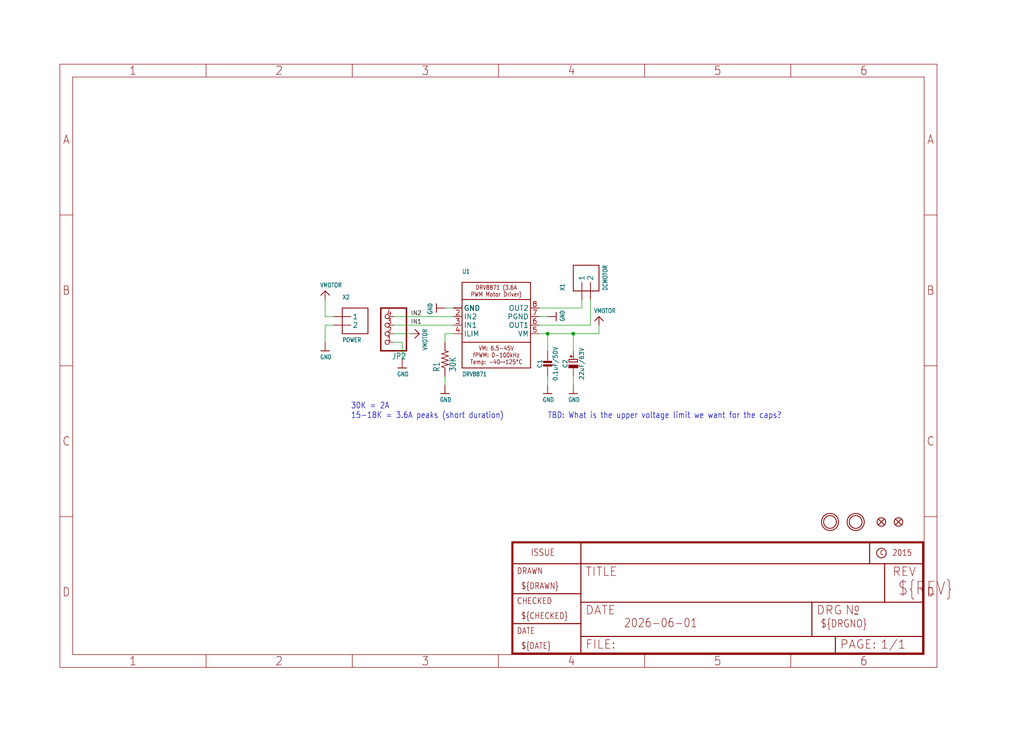
<source format=kicad_sch>
(kicad_sch (version 20250114) (generator "eeschema") (generator_version "9.0")
  (paper "User" 303.962 217.322)
  (lib_symbols
    (symbol "Adafruit DRV8871-eagle-import:CAP_CERAMIC0805-NOOUTLINE"
      (property "Reference" "C" (at -2.29 1.25 90))
      (symbol "CAP_CERAMIC0805-NOOUTLINE_1_0"
        (rectangle (start -1.27 1.524) (end 1.27 2.032) (fill (type outline)))
        (rectangle (start -1.27 0.508) (end 1.27 1.016) (fill (type outline)))
        (polyline (pts (xy 0 2.54) (xy 0 1.778)) (stroke (width 0.1524)))
        (polyline (pts (xy 0 0.762) (xy 0 0)) (stroke (width 0.1524)))
        (pin passive line (at 0 5.08 270) (length 2.54) (name "1") (number "1"))
        (pin passive line (at 0 -2.54 90) (length 2.54) (name "2") (number "2"))
      )
    )
    (symbol "Adafruit DRV8871-eagle-import:CAP_ELECTROLYTICPANASONIC_D"
      (property "Reference" "C" (at -2.39 1.25 90))
      (symbol "CAP_ELECTROLYTICPANASONIC_D_1_0"
        (rectangle (start -1.397 0) (end 1.397 0.889) (fill (type outline)))
        (polyline (pts (xy -1.27 2.54) (xy 1.27 2.54)) (stroke (width 0.254)))
        (polyline (pts (xy -1.27 1.778) (xy -1.27 2.54)) (stroke (width 0.254)))
        (polyline (pts (xy -1.016 3.429) (xy -0.254 3.429)) (stroke (width 0.254)))
        (polyline (pts (xy -0.635 3.81) (xy -0.635 3.048)) (stroke (width 0.254)))
        (polyline (pts (xy 1.27 2.54) (xy 1.27 1.778)) (stroke (width 0.254)))
        (polyline (pts (xy 1.27 1.778) (xy -1.27 1.778)) (stroke (width 0.254)))
        (pin passive line (at 0 5.08 270) (length 2.54) (name "+") (number "+"))
        (pin passive line (at 0 -2.54 90) (length 2.54) (name "-") (number "-"))
      )
    )
    (symbol "Adafruit DRV8871-eagle-import:DRV8871"
      (property "Reference" "U" (at -10.16 15.24 0))
      (symbol "DRV8871_1_0"
        (polyline (pts (xy -10.16 12.7) (xy 10.16 12.7)) (stroke (width 0.254)))
        (polyline (pts (xy -10.16 7.62) (xy -10.16 12.7)) (stroke (width 0.254)))
        (polyline (pts (xy -10.16 7.62) (xy 10.16 7.62)) (stroke (width 0.254)))
        (polyline (pts (xy -10.16 -5.08) (xy -10.16 7.62)) (stroke (width 0.254)))
        (polyline (pts (xy -10.16 -5.08) (xy -10.16 -12.7)) (stroke (width 0.254)))
        (polyline (pts (xy -10.16 -12.7) (xy 10.16 -12.7)) (stroke (width 0.254)))
        (polyline (pts (xy 10.16 12.7) (xy 10.16 7.62)) (stroke (width 0.254)))
        (polyline (pts (xy 10.16 7.62) (xy 10.16 -5.08)) (stroke (width 0.254)))
        (polyline (pts (xy 10.16 -5.08) (xy -10.16 -5.08)) (stroke (width 0.254)))
        (polyline (pts (xy 10.16 -12.7) (xy 10.16 -5.08)) (stroke (width 0.254)))
        (text "DRV8871 (3.6A\nPWM Motor Driver)" (at 0 10.16 0) (effects (font (size 1.27 1.0795))))
        (text "VM: 6.5-45V\nfPWM: 0-100kHz\nTemp: -40~~125°C" (at 0 -8.89 0) (effects (font (size 1.27 1.0795))))
        (pin power_in line (at -12.7 5.08 0) (length 2.54) (name "GND") (number "1"))
        (pin power_in line (at -12.7 5.08 0) (length 2.54) (name "GND") (number "GND"))
        (pin power_in line (at -12.7 5.08 0) (length 2.54) (name "GND") (number "P$1"))
        (pin power_in line (at -12.7 5.08 0) (length 2.54) (name "GND") (number "P$2"))
        (pin power_in line (at -12.7 5.08 0) (length 2.54) (name "GND") (number "P$3"))
        (pin power_in line (at -12.7 5.08 0) (length 2.54) (name "GND") (number "P$4"))
        (pin input line (at -12.7 2.54 0) (length 2.54) (name "IN2") (number "2"))
        (pin input line (at -12.7 0 0) (length 2.54) (name "IN1") (number "3"))
        (pin input line (at -12.7 -2.54 0) (length 2.54) (name "ILIM") (number "4"))
        (pin output line (at 12.7 5.08 180) (length 2.54) (name "OUT2") (number "8"))
        (pin power_in line (at 12.7 2.54 180) (length 2.54) (name "PGND") (number "7"))
        (pin output line (at 12.7 0 180) (length 2.54) (name "OUT1") (number "6"))
        (pin power_in line (at 12.7 -2.54 180) (length 2.54) (name "VM") (number "5"))
      )
    )
    (symbol "Adafruit DRV8871-eagle-import:FIDUCIAL{dblquote}{dblquote}"
      (symbol "FIDUCIAL{dblquote}{dblquote}_1_0"
        (polyline (pts (xy -0.762 0.762) (xy 0.762 -0.762)) (stroke (width 0.254)))
        (circle (center 0 0) (radius 1.27) (stroke (width 0.254)))
        (polyline (pts (xy 0.762 0.762) (xy -0.762 -0.762)) (stroke (width 0.254)))
      )
    )
    (symbol "Adafruit DRV8871-eagle-import:FLIPFLOP-RES"
      (property "Reference" "R" (at -3.81 1.4986 0))
      (symbol "FLIPFLOP-RES_1_0"
        (polyline (pts (xy -2.54 0) (xy -2.159 1.016)) (stroke (width 0.2032)))
        (polyline (pts (xy -2.159 1.016) (xy -1.524 -1.016)) (stroke (width 0.2032)))
        (polyline (pts (xy -1.524 -1.016) (xy -0.889 1.016)) (stroke (width 0.2032)))
        (polyline (pts (xy -0.889 1.016) (xy -0.254 -1.016)) (stroke (width 0.2032)))
        (polyline (pts (xy -0.254 -1.016) (xy 0.381 1.016)) (stroke (width 0.2032)))
        (polyline (pts (xy 0.381 1.016) (xy 1.016 -1.016)) (stroke (width 0.2032)))
        (polyline (pts (xy 1.016 -1.016) (xy 1.651 1.016)) (stroke (width 0.2032)))
        (polyline (pts (xy 1.651 1.016) (xy 2.286 -1.016)) (stroke (width 0.2032)))
        (polyline (pts (xy 2.286 -1.016) (xy 2.54 0)) (stroke (width 0.2032)))
        (pin passive line (at -5.08 0 0) (length 2.54) (name "1") (number "1"))
        (pin passive line (at 5.08 0 180) (length 2.54) (name "2") (number "2"))
      )
    )
    (symbol "Adafruit DRV8871-eagle-import:FRAME_A4"
      (symbol "FRAME_A4_1_0"
        (polyline (pts (xy 0 179.07) (xy 260.35 179.07) (xy 260.35 0) (xy 0 0) (xy 0 179.07)))
        (polyline (pts (xy 0 134.3025) (xy 3.81 134.3025)))
        (polyline (pts (xy 0 89.535) (xy 3.81 89.535)))
        (polyline (pts (xy 0 44.7675) (xy 3.81 44.7675)))
        (polyline (pts (xy 3.81 175.26) (xy 3.81 3.81)))
        (polyline (pts (xy 43.3917 179.07) (xy 43.3917 175.26)))
        (polyline (pts (xy 43.3917 3.81) (xy 43.3917 0)))
        (polyline (pts (xy 86.7833 179.07) (xy 86.7833 175.26)))
        (polyline (pts (xy 86.7833 3.81) (xy 86.7833 0)))
        (polyline (pts (xy 130.175 179.07) (xy 130.175 175.26)))
        (polyline (pts (xy 130.175 3.81) (xy 130.175 0)))
        (polyline (pts (xy 173.5667 179.07) (xy 173.5667 175.26)))
        (polyline (pts (xy 173.5667 3.81) (xy 173.5667 0)))
        (polyline (pts (xy 216.9583 179.07) (xy 216.9583 175.26)))
        (polyline (pts (xy 216.9583 3.81) (xy 216.9583 0)))
        (polyline (pts (xy 256.54 175.26) (xy 3.81 175.26)))
        (polyline (pts (xy 256.54 175.26) (xy 256.54 3.81)))
        (polyline (pts (xy 256.54 134.3025) (xy 260.35 134.3025)))
        (polyline (pts (xy 256.54 89.535) (xy 260.35 89.535)))
        (polyline (pts (xy 256.54 44.7675) (xy 260.35 44.7675)))
        (polyline (pts (xy 256.54 19.05) (xy 256.54 36.83)) (stroke (width 0.1016)))
        (polyline (pts (xy 256.54 13.97) (xy 256.54 19.05)) (stroke (width 0.1016)))
        (polyline (pts (xy 256.54 8.89) (xy 256.54 13.97)) (stroke (width 0.1016)))
        (polyline (pts (xy 256.54 3.81) (xy 3.81 3.81)))
        (polyline (pts (xy 256.54 3.81) (xy 256.54 8.89)) (stroke (width 0.1016)))
        (text "A" (at 1.905 156.6863 0) (effects (font (size 2.54 2.286))))
        (text "B" (at 1.905 111.9188 0) (effects (font (size 2.54 2.286))))
        (text "C" (at 1.905 67.1513 0) (effects (font (size 2.54 2.286))))
        (text "D" (at 1.905 22.3838 0) (effects (font (size 2.54 2.286))))
        (text "1" (at 21.6958 177.165 0) (effects (font (size 2.54 2.286))))
        (text "1" (at 21.6958 1.905 0) (effects (font (size 2.54 2.286))))
        (text "2" (at 65.0875 177.165 0) (effects (font (size 2.54 2.286))))
        (text "2" (at 65.0875 1.905 0) (effects (font (size 2.54 2.286))))
        (text "3" (at 108.4792 177.165 0) (effects (font (size 2.54 2.286))))
        (text "3" (at 108.4792 1.905 0) (effects (font (size 2.54 2.286))))
        (text "4" (at 151.8708 177.165 0) (effects (font (size 2.54 2.286))))
        (text "4" (at 151.8708 1.905 0) (effects (font (size 2.54 2.286))))
        (text "5" (at 195.2625 177.165 0) (effects (font (size 2.54 2.286))))
        (text "5" (at 195.2625 1.905 0) (effects (font (size 2.54 2.286))))
        (text "6" (at 238.6542 177.165 0) (effects (font (size 2.54 2.286))))
        (text "6" (at 238.6542 1.905 0) (effects (font (size 2.54 2.286))))
        (text "A" (at 258.445 156.6863 0) (effects (font (size 2.54 2.286))))
        (text "B" (at 258.445 111.9188 0) (effects (font (size 2.54 2.286))))
        (text "C" (at 258.445 67.1513 0) (effects (font (size 2.54 2.286))))
        (text "D" (at 258.445 22.3838 0) (effects (font (size 2.54 2.286))))
      )
      (symbol "FRAME_A4_2_0"
        (polyline (pts (xy -0.3048 34.5948) (xy -0.3048 28.2448)) (stroke (width 0.6096)))
        (polyline (pts (xy -0.3048 28.2448) (xy -0.3048 19.3548)) (stroke (width 0.6096)))
        (polyline (pts (xy -0.3048 28.2448) (xy 20.0152 28.2448)) (stroke (width 0.3048)))
        (polyline (pts (xy -0.3048 19.3548) (xy -0.3048 10.4648)) (stroke (width 0.6096)))
        (polyline (pts (xy -0.3048 19.3548) (xy 20.0152 19.3548)) (stroke (width 0.3048)))
        (polyline (pts (xy -0.3048 10.4648) (xy -0.3048 1.5748)) (stroke (width 0.6096)))
        (polyline (pts (xy -0.3048 10.4648) (xy 20.0152 10.4648)) (stroke (width 0.3048)))
        (polyline (pts (xy -0.3048 1.5748) (xy 20.0152 1.5748)) (stroke (width 0.6096)))
        (polyline (pts (xy 20.0152 34.5948) (xy -0.3048 34.5948)) (stroke (width 0.6096)))
        (polyline (pts (xy 20.0152 28.2448) (xy 20.0152 34.5948)) (stroke (width 0.3048)))
        (polyline (pts (xy 20.0152 28.2448) (xy 105.7402 28.2448)) (stroke (width 0.3048)))
        (polyline (pts (xy 20.0152 19.3548) (xy 20.0152 28.2448)) (stroke (width 0.3048)))
        (polyline (pts (xy 20.0152 16.8148) (xy 20.0152 19.3548)) (stroke (width 0.3048)))
        (polyline (pts (xy 20.0152 10.4648) (xy 20.0152 16.8148)) (stroke (width 0.3048)))
        (polyline (pts (xy 20.0152 6.6548) (xy 20.0152 10.4648)) (stroke (width 0.3048)))
        (polyline (pts (xy 20.0152 6.6548) (xy 88.5952 6.6548)) (stroke (width 0.3048)))
        (polyline (pts (xy 20.0152 1.5748) (xy 20.0152 6.6548)) (stroke (width 0.3048)))
        (polyline (pts (xy 20.0152 1.5748) (xy 95.5802 1.5748)) (stroke (width 0.6096)))
        (polyline (pts (xy 88.5952 16.8148) (xy 20.0152 16.8148)) (stroke (width 0.3048)))
        (polyline (pts (xy 88.5952 16.8148) (xy 88.5952 6.6548)) (stroke (width 0.3048)))
        (polyline (pts (xy 88.5952 6.6548) (xy 95.5802 6.6548)) (stroke (width 0.3048)))
        (polyline (pts (xy 95.5802 6.6548) (xy 95.5802 1.5748)) (stroke (width 0.3048)))
        (polyline (pts (xy 95.5802 6.6548) (xy 121.6152 6.6548)) (stroke (width 0.3048)))
        (polyline (pts (xy 95.5802 1.5748) (xy 121.6152 1.5748)) (stroke (width 0.6096)))
        (polyline (pts (xy 101.2952 13.3223) (xy 102.2477 13.3223)) (stroke (width 0.254)))
        (polyline (pts (xy 105.7402 34.5948) (xy 20.0152 34.5948)) (stroke (width 0.6096)))
        (polyline (pts (xy 105.7402 28.2448) (xy 105.7402 34.5948)) (stroke (width 0.3048)))
        (polyline (pts (xy 105.7402 28.2448) (xy 110.1852 28.2448)) (stroke (width 0.3048)))
        (circle (center 109.2327 31.4198) (radius 1.4199) (stroke (width 0.254)))
        (polyline (pts (xy 110.1852 28.2448) (xy 110.1852 16.8148)) (stroke (width 0.3048)))
        (polyline (pts (xy 110.1852 28.2448) (xy 121.6152 28.2448)) (stroke (width 0.3048)))
        (polyline (pts (xy 110.1852 16.8148) (xy 88.5952 16.8148)) (stroke (width 0.3048)))
        (polyline (pts (xy 121.6152 34.5948) (xy 105.7402 34.5948)) (stroke (width 0.6096)))
        (polyline (pts (xy 121.6152 34.5948) (xy 121.6152 28.2448)) (stroke (width 0.6096)))
        (polyline (pts (xy 121.6152 28.2448) (xy 121.6152 16.8148)) (stroke (width 0.6096)))
        (polyline (pts (xy 121.6152 16.8148) (xy 110.1852 16.8148)) (stroke (width 0.3048)))
        (polyline (pts (xy 121.6152 16.8148) (xy 121.6152 6.6548)) (stroke (width 0.6096)))
        (polyline (pts (xy 121.6152 6.6548) (xy 121.6152 1.5748)) (stroke (width 0.6096)))
        (text "DRAWN" (at 0.9652 25.0698 0) (effects (font (size 1.778 1.5113)) (justify left bottom)))
        (text "CHECKED" (at 0.9652 16.1798 0) (effects (font (size 1.778 1.5113)) (justify left bottom)))
        (text "DATE" (at 0.9652 7.2898 0) (effects (font (size 1.778 1.5113)) (justify left bottom)))
        (text "${DRAWN}" (at 2.2352 20.6248 0) (effects (font (size 1.778 1.5113)) (justify left bottom)))
        (text "${CHECKED}" (at 2.2352 11.7348 0) (effects (font (size 1.778 1.5113)) (justify left bottom)))
        (text "${DATE}" (at 2.2352 2.8448 0) (effects (font (size 1.778 1.5113)) (justify left bottom)))
        (text "ISSUE" (at 5.0927 30.4673 0) (effects (font (size 1.9304 1.6408)) (justify left bottom)))
        (text "TITLE" (at 21.2852 24.4348 0) (effects (font (size 2.54 2.54)) (justify left bottom)))
        (text "DATE" (at 21.2852 13.0048 0) (effects (font (size 2.54 2.54)) (justify left bottom)))
        (text "FILE:" (at 21.2852 2.8448 0) (effects (font (size 2.54 2.54)) (justify left bottom)))
        (text "${COMPANY}" (at 23.349 29.6735 0) (effects (font (size 3.175 2.6987) (thickness 0.5397) (bold yes)) (justify left bottom)))
        (text "${CURRENT_DATE}" (at 32.7152 9.1948 0) (effects (font (size 2.54 2.159)) (justify left bottom)))
        (text "${PROJECTNAME}" (at 33.0327 2.8448 0) (effects (font (size 2.54 2.159)) (justify left bottom)))
        (text "DRG" (at 89.8652 13.0048 0) (effects (font (size 2.54 2.54)) (justify left bottom)))
        (text "${DRGNO}" (at 91.1352 9.1948 0) (effects (font (size 2.1844 1.8567)) (justify left bottom)))
        (text "PAGE:" (at 96.8502 2.8448 0) (effects (font (size 2.54 2.54)) (justify left bottom)))
        (text "N" (at 98.4377 13.0048 0) (effects (font (size 2.54 2.54)) (justify left bottom)))
        (text "o" (at 100.9777 13.9573 0) (effects (font (size 2.1844 1.8567)) (justify left bottom)))
        (text "C" (at 108.7564 30.7848 0) (effects (font (size 1.27 1.0795)) (justify left bottom)))
        (text "${#}/${##}" (at 108.9152 2.8448 0) (effects (font (size 2.54 2.54)) (justify left bottom)))
        (text "2015" (at 112.4077 30.4673 0) (effects (font (size 1.778 1.5113)) (justify left bottom)))
        (text "REV" (at 112.4077 24.4348 0) (effects (font (size 2.54 2.54)) (justify left bottom)))
        (text "${REV}" (at 113.9952 18.7198 0) (effects (font (size 3.81 3.2385)) (justify left bottom)))
      )
    )
    (symbol "Adafruit DRV8871-eagle-import:GND" (power)
      (symbol "GND_1_0"
        (polyline (pts (xy -1.27 0) (xy 1.27 0)) (stroke (width 0.254)))
        (pin power_in line (at 0 2.54 270) (length 2.54) (name "GND") (number "1"))
      )
    )
    (symbol "Adafruit DRV8871-eagle-import:HEADER-1X476MIL"
      (property "Reference" "JP" (at -6.35 8.255 0))
      (symbol "HEADER-1X476MIL_1_0"
        (polyline (pts (xy -6.35 7.62) (xy -6.35 -5.08)) (stroke (width 0.4064)))
        (polyline (pts (xy -6.35 -5.08) (xy 1.27 -5.08)) (stroke (width 0.4064)))
        (polyline (pts (xy 1.27 7.62) (xy -6.35 7.62)) (stroke (width 0.4064)))
        (polyline (pts (xy 1.27 -5.08) (xy 1.27 7.62)) (stroke (width 0.4064)))
        (pin passive inverted (at -2.54 5.08 0) (length 2.54) (name "1") (number "1"))
        (pin passive inverted (at -2.54 2.54 0) (length 2.54) (name "2") (number "2"))
        (pin passive inverted (at -2.54 0 0) (length 2.54) (name "3") (number "3"))
        (pin passive inverted (at -2.54 -2.54 0) (length 2.54) (name "4") (number "4"))
      )
    )
    (symbol "Adafruit DRV8871-eagle-import:MOUNTINGHOLE2.5"
      (symbol "MOUNTINGHOLE2.5_1_0"
        (circle (center 0 0) (radius 1.905) (stroke (width 0.254)))
        (circle (center 0 0) (radius 2.54) (stroke (width 0.254)))
      )
    )
    (symbol "Adafruit DRV8871-eagle-import:TERMBLOCK_1X2"
      (property "Reference" "X" (at -2.54 7.62 0))
      (symbol "TERMBLOCK_1X2_1_0"
        (polyline (pts (xy -2.54 5.08) (xy -2.54 -2.54)) (stroke (width 0.254)))
        (polyline (pts (xy -2.54 -2.54) (xy 5.08 -2.54)) (stroke (width 0.254)))
        (polyline (pts (xy 5.08 5.08) (xy -2.54 5.08)) (stroke (width 0.254)))
        (polyline (pts (xy 5.08 -2.54) (xy 5.08 5.08)) (stroke (width 0.254)))
        (pin passive line (at -5.08 2.54 0) (length 5.08) (name "1") (number "1"))
        (pin passive line (at -5.08 0 0) (length 5.08) (name "2") (number "2"))
      )
    )
    (symbol "Adafruit DRV8871-eagle-import:VMOTOR" (power)
      (symbol "VMOTOR_1_0"
        (polyline (pts (xy -1.27 -1.27) (xy 0 0)) (stroke (width 0.254)))
        (polyline (pts (xy 0 0) (xy 1.27 -1.27)) (stroke (width 0.254)))
        (pin power_in line (at 0 -2.54 90) (length 2.54) (name "VMOTOR") (number "1"))
      )
    )
  )
  (text "TBD: What is the upper voltage limit we want for the caps?" (at 162.56 124.46 0) (effects (font (size 1.778 1.5113)) (justify left bottom)))
  (text "30K = 2A\n15-18K = 3.6A peaks (short duration~{})" (at 104.14 124.46 0) (effects (font (size 1.778 1.5113)) (justify left bottom)))
  (junction (at 162.56 99.06))
  (junction (at 170.18 99.06))
  (wire (pts (xy 160.02 91.44) (xy 172.72 91.44)) (stroke (width 0.1524)))
  (wire (pts (xy 160.02 93.98) (xy 162.56 93.98)) (stroke (width 0.1524)))
  (wire (pts (xy 162.56 104.14) (xy 162.56 99.06)) (stroke (width 0.1524)))
  (wire (pts (xy 116.84 99.06) (xy 121.92 99.06)) (stroke (width 0.1524)))
  (wire (pts (xy 175.26 96.52) (xy 175.26 88.9)) (stroke (width 0.1524)))
  (wire (pts (xy 170.18 111.76) (xy 170.18 114.3)) (stroke (width 0.1524)))
  (wire (pts (xy 160.02 96.52) (xy 175.26 96.52)) (stroke (width 0.1524)))
  (wire (pts (xy 119.38 101.6) (xy 119.38 106.68)) (stroke (width 0.1524)))
  (wire (pts (xy 96.52 96.52) (xy 96.52 101.6)) (stroke (width 0.1524)))
  (wire (pts (xy 177.8 99.06) (xy 177.8 96.52)) (stroke (width 0.1524)))
  (wire (pts (xy 134.62 99.06) (xy 132.08 99.06)) (stroke (width 0.1524)))
  (wire (pts (xy 172.72 91.44) (xy 172.72 88.9)) (stroke (width 0.1524)))
  (wire (pts (xy 132.08 99.06) (xy 132.08 101.6)) (stroke (width 0.1524)))
  (wire (pts (xy 170.18 99.06) (xy 170.18 104.14)) (stroke (width 0.1524)))
  (wire (pts (xy 116.84 101.6) (xy 119.38 101.6)) (stroke (width 0.1524)))
  (wire (pts (xy 160.02 99.06) (xy 162.56 99.06)) (stroke (width 0.1524)))
  (wire (pts (xy 134.62 93.98) (xy 116.84 93.98)) (stroke (width 0.1524)))
  (wire (pts (xy 99.06 93.98) (xy 96.52 93.98)) (stroke (width 0.1524)))
  (wire (pts (xy 99.06 96.52) (xy 96.52 96.52)) (stroke (width 0.1524)))
  (wire (pts (xy 96.52 93.98) (xy 96.52 88.9)) (stroke (width 0.1524)))
  (wire (pts (xy 162.56 111.76) (xy 162.56 114.3)) (stroke (width 0.1524)))
  (wire (pts (xy 170.18 99.06) (xy 177.8 99.06)) (stroke (width 0.1524)))
  (wire (pts (xy 134.62 96.52) (xy 116.84 96.52)) (stroke (width 0.1524)))
  (wire (pts (xy 132.08 111.76) (xy 132.08 114.3)) (stroke (width 0.1524)))
  (wire (pts (xy 134.62 91.44) (xy 132.08 91.44)) (stroke (width 0.1524)))
  (wire (pts (xy 162.56 99.06) (xy 170.18 99.06)) (stroke (width 0.1524)))
  (label "IN1" (at 121.92 96.52 0) (effects (font (size 1.2446 1.2446))))
  (label "IN2" (at 121.92 93.98 0) (effects (font (size 1.2446 1.2446))))
  (symbol (lib_id "Adafruit DRV8871-eagle-import:FIDUCIAL{dblquote}{dblquote}") (at 261.62 154.94 0) (unit 1)
    (property "Reference" "FID2" (effects (hide yes)))
    (property "Value" "FIDUCIAL{dblquote}{dblquote}" (effects (hide yes)))
    (property "Footprint" "Adafruit DRV8871:FIDUCIAL_1MM" (effects (hide yes)))
  )
  (symbol (lib_id "Adafruit DRV8871-eagle-import:GND") (at 132.08 116.84 0) (unit 1)
    (property "Reference" "#U$5" (effects (hide yes)))
    (property "Value" "GND" (at 130.556 119.38 0) (effects (font (size 1.27 1.0795)) (justify left bottom)))
  )
  (symbol (lib_id "Adafruit DRV8871-eagle-import:FRAME_A4") (at 152.4 195.58 0) (unit 2)
    (property "Reference" "#FRAME1" (effects (hide yes)))
    (property "Value" "FRAME_A4" (effects (hide yes)))
  )
  (symbol (lib_id "Adafruit DRV8871-eagle-import:MOUNTINGHOLE2.5") (at 246.38 154.94 0) (unit 1)
    (property "Reference" "U$10" (effects (hide yes)))
    (property "Value" "MOUNTINGHOLE2.5" (effects (hide yes)))
    (property "Footprint" "Adafruit DRV8871:MOUNTINGHOLE_2.5_PLATED" (effects (hide yes)))
  )
  (symbol (lib_id "Adafruit DRV8871-eagle-import:FLIPFLOP-RES") (at 132.08 106.68 90) (unit 1)
    (property "Reference" "R1" (at 130.5814 110.49 0) (effects (font (size 1.778 1.5113)) (justify left bottom)))
    (property "Value" "30K" (at 135.382 110.49 0) (effects (font (size 1.778 1.5113)) (justify left bottom)))
    (property "Footprint" "Adafruit DRV8871:0805-THM" (effects (hide yes)))
  )
  (symbol (lib_id "Adafruit DRV8871-eagle-import:DRV8871") (at 147.32 96.52 0) (unit 1)
    (property "Reference" "U1" (at 137.16 81.28 0) (effects (font (size 1.27 1.0795)) (justify left bottom)))
    (property "Value" "DRV8871" (at 137.16 111.76 0) (effects (font (size 1.27 1.0795)) (justify left bottom)))
    (property "Footprint" "Adafruit DRV8871:HSOP8" (effects (hide yes)))
  )
  (symbol (lib_id "Adafruit DRV8871-eagle-import:VMOTOR") (at 96.52 86.36 0) (unit 1)
    (property "Reference" "#U$7" (effects (hide yes)))
    (property "Value" "VMOTOR" (at 94.996 85.344 0) (effects (font (size 1.27 1.0795)) (justify left bottom)))
  )
  (symbol (lib_id "Adafruit DRV8871-eagle-import:TERMBLOCK_1X2") (at 175.26 83.82 90) (unit 1)
    (property "Reference" "X1" (at 167.64 86.36 0) (effects (font (size 1.27 1.0795)) (justify left bottom)))
    (property "Value" "DCMOTOR" (at 180.34 86.36 0) (effects (font (size 1.27 1.0795)) (justify left bottom)))
    (property "Footprint" "Adafruit DRV8871:TERMBLOCK_1X2-3.5MM" (effects (hide yes)))
  )
  (symbol (lib_id "Adafruit DRV8871-eagle-import:GND") (at 119.38 109.22 0) (unit 1)
    (property "Reference" "#U$13" (effects (hide yes)))
    (property "Value" "GND" (at 117.856 111.76 0) (effects (font (size 1.27 1.0795)) (justify left bottom)))
  )
  (symbol (lib_id "Adafruit DRV8871-eagle-import:FRAME_A4") (at 17.78 198.12 0) (unit 1)
    (property "Reference" "#FRAME1" (effects (hide yes)))
    (property "Value" "FRAME_A4" (effects (hide yes)))
  )
  (symbol (lib_id "Adafruit DRV8871-eagle-import:GND") (at 96.52 104.14 0) (unit 1)
    (property "Reference" "#U$8" (effects (hide yes)))
    (property "Value" "GND" (at 94.996 106.68 0) (effects (font (size 1.27 1.0795)) (justify left bottom)))
  )
  (symbol (lib_id "Adafruit DRV8871-eagle-import:CAP_CERAMIC0805-NOOUTLINE") (at 162.56 109.22 0) (unit 1)
    (property "Reference" "C1" (at 160.27 107.97 90))
    (property "Value" "0.1uF/50V" (at 164.86 107.97 90))
    (property "Footprint" "Adafruit DRV8871:0805-NO" (effects (hide yes)))
  )
  (symbol (lib_id "Adafruit DRV8871-eagle-import:GND") (at 165.1 93.98 90) (unit 1)
    (property "Reference" "#U$4" (effects (hide yes)))
    (property "Value" "GND" (at 167.64 95.504 0) (effects (font (size 1.27 1.0795)) (justify left bottom)))
  )
  (symbol (lib_id "Adafruit DRV8871-eagle-import:GND") (at 129.54 91.44 270) (unit 1)
    (property "Reference" "#U$3" (effects (hide yes)))
    (property "Value" "GND" (at 127 89.916 0) (effects (font (size 1.27 1.0795)) (justify left bottom)))
  )
  (symbol (lib_id "Adafruit DRV8871-eagle-import:FIDUCIAL{dblquote}{dblquote}") (at 266.7 154.94 0) (unit 1)
    (property "Reference" "FID1" (effects (hide yes)))
    (property "Value" "FIDUCIAL{dblquote}{dblquote}" (effects (hide yes)))
    (property "Footprint" "Adafruit DRV8871:FIDUCIAL_1MM" (effects (hide yes)))
  )
  (symbol (lib_id "Adafruit DRV8871-eagle-import:HEADER-1X476MIL") (at 114.3 96.52 180) (unit 1)
    (property "Reference" "JP2" (at 120.65 104.775 0) (effects (font (size 1.778 1.5113)) (justify left bottom)))
    (property "Value" "HEADER-1X476MIL" (effects (hide yes)))
    (property "Footprint" "Adafruit DRV8871:1X04_ROUND_76" (effects (hide yes)))
  )
  (symbol (lib_id "Adafruit DRV8871-eagle-import:GND") (at 162.56 116.84 0) (unit 1)
    (property "Reference" "#U$1" (effects (hide yes)))
    (property "Value" "GND" (at 161.036 119.38 0) (effects (font (size 1.27 1.0795)) (justify left bottom)))
  )
  (symbol (lib_id "Adafruit DRV8871-eagle-import:TERMBLOCK_1X2") (at 104.14 96.52 0) (unit 1)
    (property "Reference" "X2" (at 101.6 88.9 0) (effects (font (size 1.27 1.0795)) (justify left bottom)))
    (property "Value" "POWER" (at 101.6 101.6 0) (effects (font (size 1.27 1.0795)) (justify left bottom)))
    (property "Footprint" "Adafruit DRV8871:TERMBLOCK_1X2-3.5MM" (effects (hide yes)))
  )
  (symbol (lib_id "Adafruit DRV8871-eagle-import:VMOTOR") (at 177.8 93.98 0) (unit 1)
    (property "Reference" "#U$6" (effects (hide yes)))
    (property "Value" "VMOTOR" (at 176.276 92.964 0) (effects (font (size 1.27 1.0795)) (justify left bottom)))
  )
  (symbol (lib_id "Adafruit DRV8871-eagle-import:VMOTOR") (at 124.46 99.06 270) (unit 1)
    (property "Reference" "#U$16" (effects (hide yes)))
    (property "Value" "VMOTOR" (at 125.476 97.536 0) (effects (font (size 1.27 1.0795)) (justify left bottom)))
  )
  (symbol (lib_id "Adafruit DRV8871-eagle-import:GND") (at 170.18 116.84 0) (unit 1)
    (property "Reference" "#U$2" (effects (hide yes)))
    (property "Value" "GND" (at 168.656 119.38 0) (effects (font (size 1.27 1.0795)) (justify left bottom)))
  )
  (symbol (lib_id "Adafruit DRV8871-eagle-import:CAP_ELECTROLYTICPANASONIC_D") (at 170.18 109.22 0) (unit 1)
    (property "Reference" "C2" (at 167.79 107.97 90))
    (property "Value" "22uF/63V" (at 172.68 107.97 90))
    (property "Footprint" "Adafruit DRV8871:PANASONIC_D" (effects (hide yes)))
  )
  (symbol (lib_id "Adafruit DRV8871-eagle-import:MOUNTINGHOLE2.5") (at 254 154.94 0) (unit 1)
    (property "Reference" "U$9" (effects (hide yes)))
    (property "Value" "MOUNTINGHOLE2.5" (effects (hide yes)))
    (property "Footprint" "Adafruit DRV8871:MOUNTINGHOLE_2.5_PLATED" (effects (hide yes)))
  )
)
</source>
